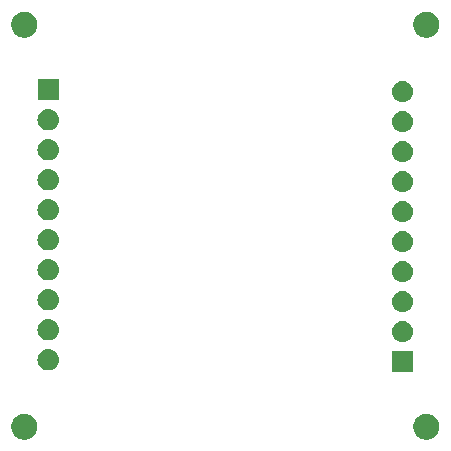
<source format=gbs>
G04 #@! TF.GenerationSoftware,KiCad,Pcbnew,(5.1.0)-1*
G04 #@! TF.CreationDate,2019-08-01T13:02:20+05:30*
G04 #@! TF.ProjectId,AR0135_STM32F746G-DISCO_adapter_rev1,41523031-3335-45f5-9354-4d3332463734,rev?*
G04 #@! TF.SameCoordinates,Original*
G04 #@! TF.FileFunction,Soldermask,Bot*
G04 #@! TF.FilePolarity,Negative*
%FSLAX46Y46*%
G04 Gerber Fmt 4.6, Leading zero omitted, Abs format (unit mm)*
G04 Created by KiCad (PCBNEW (5.1.0)-1) date 2019-08-01 13:02:20*
%MOMM*%
%LPD*%
G04 APERTURE LIST*
%ADD10C,0.100000*%
G04 APERTURE END LIST*
D10*
G36*
X47234794Y-45940155D02*
G01*
X47341150Y-45961311D01*
X47441334Y-46002809D01*
X47541520Y-46044307D01*
X47721844Y-46164795D01*
X47875205Y-46318156D01*
X47995693Y-46498480D01*
X48078689Y-46698851D01*
X48121000Y-46911560D01*
X48121000Y-47128440D01*
X48078689Y-47341149D01*
X47995693Y-47541520D01*
X47875205Y-47721844D01*
X47721844Y-47875205D01*
X47541520Y-47995693D01*
X47441334Y-48037191D01*
X47341150Y-48078689D01*
X47234794Y-48099845D01*
X47128440Y-48121000D01*
X46911560Y-48121000D01*
X46805205Y-48099844D01*
X46698850Y-48078689D01*
X46598666Y-48037191D01*
X46498480Y-47995693D01*
X46318156Y-47875205D01*
X46164795Y-47721844D01*
X46044307Y-47541520D01*
X45961311Y-47341149D01*
X45919000Y-47128440D01*
X45919000Y-46911560D01*
X45961311Y-46698851D01*
X46044307Y-46498480D01*
X46164795Y-46318156D01*
X46318156Y-46164795D01*
X46498480Y-46044307D01*
X46698850Y-45961311D01*
X46805205Y-45940156D01*
X46911560Y-45919000D01*
X47128440Y-45919000D01*
X47234794Y-45940155D01*
X47234794Y-45940155D01*
G37*
G36*
X13194794Y-45940155D02*
G01*
X13301150Y-45961311D01*
X13401334Y-46002809D01*
X13501520Y-46044307D01*
X13681844Y-46164795D01*
X13835205Y-46318156D01*
X13955693Y-46498480D01*
X14038689Y-46698851D01*
X14081000Y-46911560D01*
X14081000Y-47128440D01*
X14038689Y-47341149D01*
X13955693Y-47541520D01*
X13835205Y-47721844D01*
X13681844Y-47875205D01*
X13501520Y-47995693D01*
X13401334Y-48037191D01*
X13301150Y-48078689D01*
X13194795Y-48099844D01*
X13088440Y-48121000D01*
X12871560Y-48121000D01*
X12765205Y-48099844D01*
X12658850Y-48078689D01*
X12558666Y-48037191D01*
X12458480Y-47995693D01*
X12278156Y-47875205D01*
X12124795Y-47721844D01*
X12004307Y-47541520D01*
X11921311Y-47341149D01*
X11879000Y-47128440D01*
X11879000Y-46911560D01*
X11921311Y-46698851D01*
X12004307Y-46498480D01*
X12124795Y-46318156D01*
X12278156Y-46164795D01*
X12458480Y-46044307D01*
X12558666Y-46002809D01*
X12658850Y-45961311D01*
X12765206Y-45940155D01*
X12871560Y-45919000D01*
X13088440Y-45919000D01*
X13194794Y-45940155D01*
X13194794Y-45940155D01*
G37*
G36*
X45901000Y-42401000D02*
G01*
X44099000Y-42401000D01*
X44099000Y-40599000D01*
X45901000Y-40599000D01*
X45901000Y-42401000D01*
X45901000Y-42401000D01*
G37*
G36*
X15110442Y-40465518D02*
G01*
X15176627Y-40472037D01*
X15346466Y-40523557D01*
X15502991Y-40607222D01*
X15538729Y-40636552D01*
X15640186Y-40719814D01*
X15723448Y-40821271D01*
X15752778Y-40857009D01*
X15836443Y-41013534D01*
X15887963Y-41183373D01*
X15905359Y-41360000D01*
X15887963Y-41536627D01*
X15836443Y-41706466D01*
X15752778Y-41862991D01*
X15723448Y-41898729D01*
X15640186Y-42000186D01*
X15538729Y-42083448D01*
X15502991Y-42112778D01*
X15346466Y-42196443D01*
X15176627Y-42247963D01*
X15110443Y-42254481D01*
X15044260Y-42261000D01*
X14955740Y-42261000D01*
X14889557Y-42254481D01*
X14823373Y-42247963D01*
X14653534Y-42196443D01*
X14497009Y-42112778D01*
X14461271Y-42083448D01*
X14359814Y-42000186D01*
X14276552Y-41898729D01*
X14247222Y-41862991D01*
X14163557Y-41706466D01*
X14112037Y-41536627D01*
X14094641Y-41360000D01*
X14112037Y-41183373D01*
X14163557Y-41013534D01*
X14247222Y-40857009D01*
X14276552Y-40821271D01*
X14359814Y-40719814D01*
X14461271Y-40636552D01*
X14497009Y-40607222D01*
X14653534Y-40523557D01*
X14823373Y-40472037D01*
X14889558Y-40465518D01*
X14955740Y-40459000D01*
X15044260Y-40459000D01*
X15110442Y-40465518D01*
X15110442Y-40465518D01*
G37*
G36*
X45110442Y-38065518D02*
G01*
X45176627Y-38072037D01*
X45346466Y-38123557D01*
X45502991Y-38207222D01*
X45538729Y-38236552D01*
X45640186Y-38319814D01*
X45723448Y-38421271D01*
X45752778Y-38457009D01*
X45836443Y-38613534D01*
X45887963Y-38783373D01*
X45905359Y-38960000D01*
X45887963Y-39136627D01*
X45836443Y-39306466D01*
X45752778Y-39462991D01*
X45723448Y-39498729D01*
X45640186Y-39600186D01*
X45538729Y-39683448D01*
X45502991Y-39712778D01*
X45346466Y-39796443D01*
X45176627Y-39847963D01*
X45110442Y-39854482D01*
X45044260Y-39861000D01*
X44955740Y-39861000D01*
X44889558Y-39854482D01*
X44823373Y-39847963D01*
X44653534Y-39796443D01*
X44497009Y-39712778D01*
X44461271Y-39683448D01*
X44359814Y-39600186D01*
X44276552Y-39498729D01*
X44247222Y-39462991D01*
X44163557Y-39306466D01*
X44112037Y-39136627D01*
X44094641Y-38960000D01*
X44112037Y-38783373D01*
X44163557Y-38613534D01*
X44247222Y-38457009D01*
X44276552Y-38421271D01*
X44359814Y-38319814D01*
X44461271Y-38236552D01*
X44497009Y-38207222D01*
X44653534Y-38123557D01*
X44823373Y-38072037D01*
X44889558Y-38065518D01*
X44955740Y-38059000D01*
X45044260Y-38059000D01*
X45110442Y-38065518D01*
X45110442Y-38065518D01*
G37*
G36*
X15110443Y-37925519D02*
G01*
X15176627Y-37932037D01*
X15346466Y-37983557D01*
X15502991Y-38067222D01*
X15538729Y-38096552D01*
X15640186Y-38179814D01*
X15723448Y-38281271D01*
X15752778Y-38317009D01*
X15836443Y-38473534D01*
X15887963Y-38643373D01*
X15905359Y-38820000D01*
X15887963Y-38996627D01*
X15836443Y-39166466D01*
X15752778Y-39322991D01*
X15723448Y-39358729D01*
X15640186Y-39460186D01*
X15538729Y-39543448D01*
X15502991Y-39572778D01*
X15346466Y-39656443D01*
X15176627Y-39707963D01*
X15110442Y-39714482D01*
X15044260Y-39721000D01*
X14955740Y-39721000D01*
X14889558Y-39714482D01*
X14823373Y-39707963D01*
X14653534Y-39656443D01*
X14497009Y-39572778D01*
X14461271Y-39543448D01*
X14359814Y-39460186D01*
X14276552Y-39358729D01*
X14247222Y-39322991D01*
X14163557Y-39166466D01*
X14112037Y-38996627D01*
X14094641Y-38820000D01*
X14112037Y-38643373D01*
X14163557Y-38473534D01*
X14247222Y-38317009D01*
X14276552Y-38281271D01*
X14359814Y-38179814D01*
X14461271Y-38096552D01*
X14497009Y-38067222D01*
X14653534Y-37983557D01*
X14823373Y-37932037D01*
X14889557Y-37925519D01*
X14955740Y-37919000D01*
X15044260Y-37919000D01*
X15110443Y-37925519D01*
X15110443Y-37925519D01*
G37*
G36*
X45110443Y-35525519D02*
G01*
X45176627Y-35532037D01*
X45346466Y-35583557D01*
X45502991Y-35667222D01*
X45538729Y-35696552D01*
X45640186Y-35779814D01*
X45723448Y-35881271D01*
X45752778Y-35917009D01*
X45836443Y-36073534D01*
X45887963Y-36243373D01*
X45905359Y-36420000D01*
X45887963Y-36596627D01*
X45836443Y-36766466D01*
X45752778Y-36922991D01*
X45723448Y-36958729D01*
X45640186Y-37060186D01*
X45538729Y-37143448D01*
X45502991Y-37172778D01*
X45346466Y-37256443D01*
X45176627Y-37307963D01*
X45110442Y-37314482D01*
X45044260Y-37321000D01*
X44955740Y-37321000D01*
X44889558Y-37314482D01*
X44823373Y-37307963D01*
X44653534Y-37256443D01*
X44497009Y-37172778D01*
X44461271Y-37143448D01*
X44359814Y-37060186D01*
X44276552Y-36958729D01*
X44247222Y-36922991D01*
X44163557Y-36766466D01*
X44112037Y-36596627D01*
X44094641Y-36420000D01*
X44112037Y-36243373D01*
X44163557Y-36073534D01*
X44247222Y-35917009D01*
X44276552Y-35881271D01*
X44359814Y-35779814D01*
X44461271Y-35696552D01*
X44497009Y-35667222D01*
X44653534Y-35583557D01*
X44823373Y-35532037D01*
X44889557Y-35525519D01*
X44955740Y-35519000D01*
X45044260Y-35519000D01*
X45110443Y-35525519D01*
X45110443Y-35525519D01*
G37*
G36*
X15110442Y-35385518D02*
G01*
X15176627Y-35392037D01*
X15346466Y-35443557D01*
X15502991Y-35527222D01*
X15538729Y-35556552D01*
X15640186Y-35639814D01*
X15723448Y-35741271D01*
X15752778Y-35777009D01*
X15836443Y-35933534D01*
X15887963Y-36103373D01*
X15905359Y-36280000D01*
X15887963Y-36456627D01*
X15836443Y-36626466D01*
X15752778Y-36782991D01*
X15723448Y-36818729D01*
X15640186Y-36920186D01*
X15538729Y-37003448D01*
X15502991Y-37032778D01*
X15346466Y-37116443D01*
X15176627Y-37167963D01*
X15110442Y-37174482D01*
X15044260Y-37181000D01*
X14955740Y-37181000D01*
X14889558Y-37174482D01*
X14823373Y-37167963D01*
X14653534Y-37116443D01*
X14497009Y-37032778D01*
X14461271Y-37003448D01*
X14359814Y-36920186D01*
X14276552Y-36818729D01*
X14247222Y-36782991D01*
X14163557Y-36626466D01*
X14112037Y-36456627D01*
X14094641Y-36280000D01*
X14112037Y-36103373D01*
X14163557Y-35933534D01*
X14247222Y-35777009D01*
X14276552Y-35741271D01*
X14359814Y-35639814D01*
X14461271Y-35556552D01*
X14497009Y-35527222D01*
X14653534Y-35443557D01*
X14823373Y-35392037D01*
X14889558Y-35385518D01*
X14955740Y-35379000D01*
X15044260Y-35379000D01*
X15110442Y-35385518D01*
X15110442Y-35385518D01*
G37*
G36*
X45110442Y-32985518D02*
G01*
X45176627Y-32992037D01*
X45346466Y-33043557D01*
X45502991Y-33127222D01*
X45538729Y-33156552D01*
X45640186Y-33239814D01*
X45723448Y-33341271D01*
X45752778Y-33377009D01*
X45836443Y-33533534D01*
X45887963Y-33703373D01*
X45905359Y-33880000D01*
X45887963Y-34056627D01*
X45836443Y-34226466D01*
X45752778Y-34382991D01*
X45723448Y-34418729D01*
X45640186Y-34520186D01*
X45538729Y-34603448D01*
X45502991Y-34632778D01*
X45346466Y-34716443D01*
X45176627Y-34767963D01*
X45110442Y-34774482D01*
X45044260Y-34781000D01*
X44955740Y-34781000D01*
X44889558Y-34774482D01*
X44823373Y-34767963D01*
X44653534Y-34716443D01*
X44497009Y-34632778D01*
X44461271Y-34603448D01*
X44359814Y-34520186D01*
X44276552Y-34418729D01*
X44247222Y-34382991D01*
X44163557Y-34226466D01*
X44112037Y-34056627D01*
X44094641Y-33880000D01*
X44112037Y-33703373D01*
X44163557Y-33533534D01*
X44247222Y-33377009D01*
X44276552Y-33341271D01*
X44359814Y-33239814D01*
X44461271Y-33156552D01*
X44497009Y-33127222D01*
X44653534Y-33043557D01*
X44823373Y-32992037D01*
X44889558Y-32985518D01*
X44955740Y-32979000D01*
X45044260Y-32979000D01*
X45110442Y-32985518D01*
X45110442Y-32985518D01*
G37*
G36*
X15110443Y-32845519D02*
G01*
X15176627Y-32852037D01*
X15346466Y-32903557D01*
X15502991Y-32987222D01*
X15538729Y-33016552D01*
X15640186Y-33099814D01*
X15723448Y-33201271D01*
X15752778Y-33237009D01*
X15836443Y-33393534D01*
X15887963Y-33563373D01*
X15905359Y-33740000D01*
X15887963Y-33916627D01*
X15836443Y-34086466D01*
X15752778Y-34242991D01*
X15723448Y-34278729D01*
X15640186Y-34380186D01*
X15538729Y-34463448D01*
X15502991Y-34492778D01*
X15346466Y-34576443D01*
X15176627Y-34627963D01*
X15110442Y-34634482D01*
X15044260Y-34641000D01*
X14955740Y-34641000D01*
X14889558Y-34634482D01*
X14823373Y-34627963D01*
X14653534Y-34576443D01*
X14497009Y-34492778D01*
X14461271Y-34463448D01*
X14359814Y-34380186D01*
X14276552Y-34278729D01*
X14247222Y-34242991D01*
X14163557Y-34086466D01*
X14112037Y-33916627D01*
X14094641Y-33740000D01*
X14112037Y-33563373D01*
X14163557Y-33393534D01*
X14247222Y-33237009D01*
X14276552Y-33201271D01*
X14359814Y-33099814D01*
X14461271Y-33016552D01*
X14497009Y-32987222D01*
X14653534Y-32903557D01*
X14823373Y-32852037D01*
X14889557Y-32845519D01*
X14955740Y-32839000D01*
X15044260Y-32839000D01*
X15110443Y-32845519D01*
X15110443Y-32845519D01*
G37*
G36*
X45110442Y-30445518D02*
G01*
X45176627Y-30452037D01*
X45346466Y-30503557D01*
X45502991Y-30587222D01*
X45538729Y-30616552D01*
X45640186Y-30699814D01*
X45723448Y-30801271D01*
X45752778Y-30837009D01*
X45836443Y-30993534D01*
X45887963Y-31163373D01*
X45905359Y-31340000D01*
X45887963Y-31516627D01*
X45836443Y-31686466D01*
X45752778Y-31842991D01*
X45723448Y-31878729D01*
X45640186Y-31980186D01*
X45538729Y-32063448D01*
X45502991Y-32092778D01*
X45346466Y-32176443D01*
X45176627Y-32227963D01*
X45110442Y-32234482D01*
X45044260Y-32241000D01*
X44955740Y-32241000D01*
X44889558Y-32234482D01*
X44823373Y-32227963D01*
X44653534Y-32176443D01*
X44497009Y-32092778D01*
X44461271Y-32063448D01*
X44359814Y-31980186D01*
X44276552Y-31878729D01*
X44247222Y-31842991D01*
X44163557Y-31686466D01*
X44112037Y-31516627D01*
X44094641Y-31340000D01*
X44112037Y-31163373D01*
X44163557Y-30993534D01*
X44247222Y-30837009D01*
X44276552Y-30801271D01*
X44359814Y-30699814D01*
X44461271Y-30616552D01*
X44497009Y-30587222D01*
X44653534Y-30503557D01*
X44823373Y-30452037D01*
X44889558Y-30445518D01*
X44955740Y-30439000D01*
X45044260Y-30439000D01*
X45110442Y-30445518D01*
X45110442Y-30445518D01*
G37*
G36*
X15110442Y-30305518D02*
G01*
X15176627Y-30312037D01*
X15346466Y-30363557D01*
X15502991Y-30447222D01*
X15538729Y-30476552D01*
X15640186Y-30559814D01*
X15723448Y-30661271D01*
X15752778Y-30697009D01*
X15836443Y-30853534D01*
X15887963Y-31023373D01*
X15905359Y-31200000D01*
X15887963Y-31376627D01*
X15836443Y-31546466D01*
X15752778Y-31702991D01*
X15723448Y-31738729D01*
X15640186Y-31840186D01*
X15538729Y-31923448D01*
X15502991Y-31952778D01*
X15346466Y-32036443D01*
X15176627Y-32087963D01*
X15110442Y-32094482D01*
X15044260Y-32101000D01*
X14955740Y-32101000D01*
X14889558Y-32094482D01*
X14823373Y-32087963D01*
X14653534Y-32036443D01*
X14497009Y-31952778D01*
X14461271Y-31923448D01*
X14359814Y-31840186D01*
X14276552Y-31738729D01*
X14247222Y-31702991D01*
X14163557Y-31546466D01*
X14112037Y-31376627D01*
X14094641Y-31200000D01*
X14112037Y-31023373D01*
X14163557Y-30853534D01*
X14247222Y-30697009D01*
X14276552Y-30661271D01*
X14359814Y-30559814D01*
X14461271Y-30476552D01*
X14497009Y-30447222D01*
X14653534Y-30363557D01*
X14823373Y-30312037D01*
X14889558Y-30305518D01*
X14955740Y-30299000D01*
X15044260Y-30299000D01*
X15110442Y-30305518D01*
X15110442Y-30305518D01*
G37*
G36*
X45110442Y-27905518D02*
G01*
X45176627Y-27912037D01*
X45346466Y-27963557D01*
X45502991Y-28047222D01*
X45538729Y-28076552D01*
X45640186Y-28159814D01*
X45723448Y-28261271D01*
X45752778Y-28297009D01*
X45836443Y-28453534D01*
X45887963Y-28623373D01*
X45905359Y-28800000D01*
X45887963Y-28976627D01*
X45836443Y-29146466D01*
X45752778Y-29302991D01*
X45723448Y-29338729D01*
X45640186Y-29440186D01*
X45538729Y-29523448D01*
X45502991Y-29552778D01*
X45346466Y-29636443D01*
X45176627Y-29687963D01*
X45110442Y-29694482D01*
X45044260Y-29701000D01*
X44955740Y-29701000D01*
X44889558Y-29694482D01*
X44823373Y-29687963D01*
X44653534Y-29636443D01*
X44497009Y-29552778D01*
X44461271Y-29523448D01*
X44359814Y-29440186D01*
X44276552Y-29338729D01*
X44247222Y-29302991D01*
X44163557Y-29146466D01*
X44112037Y-28976627D01*
X44094641Y-28800000D01*
X44112037Y-28623373D01*
X44163557Y-28453534D01*
X44247222Y-28297009D01*
X44276552Y-28261271D01*
X44359814Y-28159814D01*
X44461271Y-28076552D01*
X44497009Y-28047222D01*
X44653534Y-27963557D01*
X44823373Y-27912037D01*
X44889558Y-27905518D01*
X44955740Y-27899000D01*
X45044260Y-27899000D01*
X45110442Y-27905518D01*
X45110442Y-27905518D01*
G37*
G36*
X15110442Y-27765518D02*
G01*
X15176627Y-27772037D01*
X15346466Y-27823557D01*
X15502991Y-27907222D01*
X15538729Y-27936552D01*
X15640186Y-28019814D01*
X15723448Y-28121271D01*
X15752778Y-28157009D01*
X15836443Y-28313534D01*
X15887963Y-28483373D01*
X15905359Y-28660000D01*
X15887963Y-28836627D01*
X15836443Y-29006466D01*
X15752778Y-29162991D01*
X15723448Y-29198729D01*
X15640186Y-29300186D01*
X15538729Y-29383448D01*
X15502991Y-29412778D01*
X15346466Y-29496443D01*
X15176627Y-29547963D01*
X15110442Y-29554482D01*
X15044260Y-29561000D01*
X14955740Y-29561000D01*
X14889558Y-29554482D01*
X14823373Y-29547963D01*
X14653534Y-29496443D01*
X14497009Y-29412778D01*
X14461271Y-29383448D01*
X14359814Y-29300186D01*
X14276552Y-29198729D01*
X14247222Y-29162991D01*
X14163557Y-29006466D01*
X14112037Y-28836627D01*
X14094641Y-28660000D01*
X14112037Y-28483373D01*
X14163557Y-28313534D01*
X14247222Y-28157009D01*
X14276552Y-28121271D01*
X14359814Y-28019814D01*
X14461271Y-27936552D01*
X14497009Y-27907222D01*
X14653534Y-27823557D01*
X14823373Y-27772037D01*
X14889558Y-27765518D01*
X14955740Y-27759000D01*
X15044260Y-27759000D01*
X15110442Y-27765518D01*
X15110442Y-27765518D01*
G37*
G36*
X45110443Y-25365519D02*
G01*
X45176627Y-25372037D01*
X45346466Y-25423557D01*
X45502991Y-25507222D01*
X45538729Y-25536552D01*
X45640186Y-25619814D01*
X45723448Y-25721271D01*
X45752778Y-25757009D01*
X45836443Y-25913534D01*
X45887963Y-26083373D01*
X45905359Y-26260000D01*
X45887963Y-26436627D01*
X45836443Y-26606466D01*
X45752778Y-26762991D01*
X45723448Y-26798729D01*
X45640186Y-26900186D01*
X45538729Y-26983448D01*
X45502991Y-27012778D01*
X45346466Y-27096443D01*
X45176627Y-27147963D01*
X45110442Y-27154482D01*
X45044260Y-27161000D01*
X44955740Y-27161000D01*
X44889558Y-27154482D01*
X44823373Y-27147963D01*
X44653534Y-27096443D01*
X44497009Y-27012778D01*
X44461271Y-26983448D01*
X44359814Y-26900186D01*
X44276552Y-26798729D01*
X44247222Y-26762991D01*
X44163557Y-26606466D01*
X44112037Y-26436627D01*
X44094641Y-26260000D01*
X44112037Y-26083373D01*
X44163557Y-25913534D01*
X44247222Y-25757009D01*
X44276552Y-25721271D01*
X44359814Y-25619814D01*
X44461271Y-25536552D01*
X44497009Y-25507222D01*
X44653534Y-25423557D01*
X44823373Y-25372037D01*
X44889557Y-25365519D01*
X44955740Y-25359000D01*
X45044260Y-25359000D01*
X45110443Y-25365519D01*
X45110443Y-25365519D01*
G37*
G36*
X15110443Y-25225519D02*
G01*
X15176627Y-25232037D01*
X15346466Y-25283557D01*
X15502991Y-25367222D01*
X15538729Y-25396552D01*
X15640186Y-25479814D01*
X15723448Y-25581271D01*
X15752778Y-25617009D01*
X15836443Y-25773534D01*
X15887963Y-25943373D01*
X15905359Y-26120000D01*
X15887963Y-26296627D01*
X15836443Y-26466466D01*
X15752778Y-26622991D01*
X15723448Y-26658729D01*
X15640186Y-26760186D01*
X15538729Y-26843448D01*
X15502991Y-26872778D01*
X15346466Y-26956443D01*
X15176627Y-27007963D01*
X15110442Y-27014482D01*
X15044260Y-27021000D01*
X14955740Y-27021000D01*
X14889558Y-27014482D01*
X14823373Y-27007963D01*
X14653534Y-26956443D01*
X14497009Y-26872778D01*
X14461271Y-26843448D01*
X14359814Y-26760186D01*
X14276552Y-26658729D01*
X14247222Y-26622991D01*
X14163557Y-26466466D01*
X14112037Y-26296627D01*
X14094641Y-26120000D01*
X14112037Y-25943373D01*
X14163557Y-25773534D01*
X14247222Y-25617009D01*
X14276552Y-25581271D01*
X14359814Y-25479814D01*
X14461271Y-25396552D01*
X14497009Y-25367222D01*
X14653534Y-25283557D01*
X14823373Y-25232037D01*
X14889558Y-25225518D01*
X14955740Y-25219000D01*
X15044260Y-25219000D01*
X15110443Y-25225519D01*
X15110443Y-25225519D01*
G37*
G36*
X45110443Y-22825519D02*
G01*
X45176627Y-22832037D01*
X45346466Y-22883557D01*
X45502991Y-22967222D01*
X45538729Y-22996552D01*
X45640186Y-23079814D01*
X45723448Y-23181271D01*
X45752778Y-23217009D01*
X45836443Y-23373534D01*
X45887963Y-23543373D01*
X45905359Y-23720000D01*
X45887963Y-23896627D01*
X45836443Y-24066466D01*
X45752778Y-24222991D01*
X45723448Y-24258729D01*
X45640186Y-24360186D01*
X45538729Y-24443448D01*
X45502991Y-24472778D01*
X45346466Y-24556443D01*
X45176627Y-24607963D01*
X45110443Y-24614481D01*
X45044260Y-24621000D01*
X44955740Y-24621000D01*
X44889557Y-24614481D01*
X44823373Y-24607963D01*
X44653534Y-24556443D01*
X44497009Y-24472778D01*
X44461271Y-24443448D01*
X44359814Y-24360186D01*
X44276552Y-24258729D01*
X44247222Y-24222991D01*
X44163557Y-24066466D01*
X44112037Y-23896627D01*
X44094641Y-23720000D01*
X44112037Y-23543373D01*
X44163557Y-23373534D01*
X44247222Y-23217009D01*
X44276552Y-23181271D01*
X44359814Y-23079814D01*
X44461271Y-22996552D01*
X44497009Y-22967222D01*
X44653534Y-22883557D01*
X44823373Y-22832037D01*
X44889557Y-22825519D01*
X44955740Y-22819000D01*
X45044260Y-22819000D01*
X45110443Y-22825519D01*
X45110443Y-22825519D01*
G37*
G36*
X15110443Y-22685519D02*
G01*
X15176627Y-22692037D01*
X15346466Y-22743557D01*
X15502991Y-22827222D01*
X15538729Y-22856552D01*
X15640186Y-22939814D01*
X15723448Y-23041271D01*
X15752778Y-23077009D01*
X15836443Y-23233534D01*
X15887963Y-23403373D01*
X15905359Y-23580000D01*
X15887963Y-23756627D01*
X15836443Y-23926466D01*
X15752778Y-24082991D01*
X15723448Y-24118729D01*
X15640186Y-24220186D01*
X15538729Y-24303448D01*
X15502991Y-24332778D01*
X15346466Y-24416443D01*
X15176627Y-24467963D01*
X15110442Y-24474482D01*
X15044260Y-24481000D01*
X14955740Y-24481000D01*
X14889558Y-24474482D01*
X14823373Y-24467963D01*
X14653534Y-24416443D01*
X14497009Y-24332778D01*
X14461271Y-24303448D01*
X14359814Y-24220186D01*
X14276552Y-24118729D01*
X14247222Y-24082991D01*
X14163557Y-23926466D01*
X14112037Y-23756627D01*
X14094641Y-23580000D01*
X14112037Y-23403373D01*
X14163557Y-23233534D01*
X14247222Y-23077009D01*
X14276552Y-23041271D01*
X14359814Y-22939814D01*
X14461271Y-22856552D01*
X14497009Y-22827222D01*
X14653534Y-22743557D01*
X14823373Y-22692037D01*
X14889557Y-22685519D01*
X14955740Y-22679000D01*
X15044260Y-22679000D01*
X15110443Y-22685519D01*
X15110443Y-22685519D01*
G37*
G36*
X45110443Y-20285519D02*
G01*
X45176627Y-20292037D01*
X45346466Y-20343557D01*
X45502991Y-20427222D01*
X45538729Y-20456552D01*
X45640186Y-20539814D01*
X45723448Y-20641271D01*
X45752778Y-20677009D01*
X45836443Y-20833534D01*
X45887963Y-21003373D01*
X45905359Y-21180000D01*
X45887963Y-21356627D01*
X45836443Y-21526466D01*
X45752778Y-21682991D01*
X45723448Y-21718729D01*
X45640186Y-21820186D01*
X45538729Y-21903448D01*
X45502991Y-21932778D01*
X45346466Y-22016443D01*
X45176627Y-22067963D01*
X45110442Y-22074482D01*
X45044260Y-22081000D01*
X44955740Y-22081000D01*
X44889557Y-22074481D01*
X44823373Y-22067963D01*
X44653534Y-22016443D01*
X44497009Y-21932778D01*
X44461271Y-21903448D01*
X44359814Y-21820186D01*
X44276552Y-21718729D01*
X44247222Y-21682991D01*
X44163557Y-21526466D01*
X44112037Y-21356627D01*
X44094641Y-21180000D01*
X44112037Y-21003373D01*
X44163557Y-20833534D01*
X44247222Y-20677009D01*
X44276552Y-20641271D01*
X44359814Y-20539814D01*
X44461271Y-20456552D01*
X44497009Y-20427222D01*
X44653534Y-20343557D01*
X44823373Y-20292037D01*
X44889557Y-20285519D01*
X44955740Y-20279000D01*
X45044260Y-20279000D01*
X45110443Y-20285519D01*
X45110443Y-20285519D01*
G37*
G36*
X15110443Y-20145519D02*
G01*
X15176627Y-20152037D01*
X15346466Y-20203557D01*
X15502991Y-20287222D01*
X15538729Y-20316552D01*
X15640186Y-20399814D01*
X15723448Y-20501271D01*
X15752778Y-20537009D01*
X15836443Y-20693534D01*
X15887963Y-20863373D01*
X15905359Y-21040000D01*
X15887963Y-21216627D01*
X15836443Y-21386466D01*
X15752778Y-21542991D01*
X15723448Y-21578729D01*
X15640186Y-21680186D01*
X15538729Y-21763448D01*
X15502991Y-21792778D01*
X15346466Y-21876443D01*
X15176627Y-21927963D01*
X15110443Y-21934481D01*
X15044260Y-21941000D01*
X14955740Y-21941000D01*
X14889557Y-21934481D01*
X14823373Y-21927963D01*
X14653534Y-21876443D01*
X14497009Y-21792778D01*
X14461271Y-21763448D01*
X14359814Y-21680186D01*
X14276552Y-21578729D01*
X14247222Y-21542991D01*
X14163557Y-21386466D01*
X14112037Y-21216627D01*
X14094641Y-21040000D01*
X14112037Y-20863373D01*
X14163557Y-20693534D01*
X14247222Y-20537009D01*
X14276552Y-20501271D01*
X14359814Y-20399814D01*
X14461271Y-20316552D01*
X14497009Y-20287222D01*
X14653534Y-20203557D01*
X14823373Y-20152037D01*
X14889557Y-20145519D01*
X14955740Y-20139000D01*
X15044260Y-20139000D01*
X15110443Y-20145519D01*
X15110443Y-20145519D01*
G37*
G36*
X45110442Y-17745518D02*
G01*
X45176627Y-17752037D01*
X45346466Y-17803557D01*
X45502991Y-17887222D01*
X45538729Y-17916552D01*
X45640186Y-17999814D01*
X45723448Y-18101271D01*
X45752778Y-18137009D01*
X45836443Y-18293534D01*
X45887963Y-18463373D01*
X45905359Y-18640000D01*
X45887963Y-18816627D01*
X45836443Y-18986466D01*
X45752778Y-19142991D01*
X45723448Y-19178729D01*
X45640186Y-19280186D01*
X45538729Y-19363448D01*
X45502991Y-19392778D01*
X45346466Y-19476443D01*
X45176627Y-19527963D01*
X45110443Y-19534481D01*
X45044260Y-19541000D01*
X44955740Y-19541000D01*
X44889557Y-19534481D01*
X44823373Y-19527963D01*
X44653534Y-19476443D01*
X44497009Y-19392778D01*
X44461271Y-19363448D01*
X44359814Y-19280186D01*
X44276552Y-19178729D01*
X44247222Y-19142991D01*
X44163557Y-18986466D01*
X44112037Y-18816627D01*
X44094641Y-18640000D01*
X44112037Y-18463373D01*
X44163557Y-18293534D01*
X44247222Y-18137009D01*
X44276552Y-18101271D01*
X44359814Y-17999814D01*
X44461271Y-17916552D01*
X44497009Y-17887222D01*
X44653534Y-17803557D01*
X44823373Y-17752037D01*
X44889558Y-17745518D01*
X44955740Y-17739000D01*
X45044260Y-17739000D01*
X45110442Y-17745518D01*
X45110442Y-17745518D01*
G37*
G36*
X15901000Y-19401000D02*
G01*
X14099000Y-19401000D01*
X14099000Y-17599000D01*
X15901000Y-17599000D01*
X15901000Y-19401000D01*
X15901000Y-19401000D01*
G37*
G36*
X47234794Y-11900155D02*
G01*
X47341150Y-11921311D01*
X47541520Y-12004307D01*
X47721844Y-12124795D01*
X47875205Y-12278156D01*
X47995693Y-12458480D01*
X48078689Y-12658851D01*
X48121000Y-12871560D01*
X48121000Y-13088440D01*
X48078689Y-13301149D01*
X47995693Y-13501520D01*
X47875205Y-13681844D01*
X47721844Y-13835205D01*
X47541520Y-13955693D01*
X47441334Y-13997191D01*
X47341150Y-14038689D01*
X47234795Y-14059844D01*
X47128440Y-14081000D01*
X46911560Y-14081000D01*
X46805205Y-14059844D01*
X46698850Y-14038689D01*
X46598666Y-13997191D01*
X46498480Y-13955693D01*
X46318156Y-13835205D01*
X46164795Y-13681844D01*
X46044307Y-13501520D01*
X45961311Y-13301149D01*
X45919000Y-13088440D01*
X45919000Y-12871560D01*
X45961311Y-12658851D01*
X46044307Y-12458480D01*
X46164795Y-12278156D01*
X46318156Y-12124795D01*
X46498480Y-12004307D01*
X46698850Y-11921311D01*
X46805206Y-11900155D01*
X46911560Y-11879000D01*
X47128440Y-11879000D01*
X47234794Y-11900155D01*
X47234794Y-11900155D01*
G37*
G36*
X13194794Y-11900155D02*
G01*
X13301150Y-11921311D01*
X13501520Y-12004307D01*
X13681844Y-12124795D01*
X13835205Y-12278156D01*
X13955693Y-12458480D01*
X14038689Y-12658851D01*
X14081000Y-12871560D01*
X14081000Y-13088440D01*
X14038689Y-13301149D01*
X13955693Y-13501520D01*
X13835205Y-13681844D01*
X13681844Y-13835205D01*
X13501520Y-13955693D01*
X13401334Y-13997191D01*
X13301150Y-14038689D01*
X13194795Y-14059844D01*
X13088440Y-14081000D01*
X12871560Y-14081000D01*
X12765205Y-14059844D01*
X12658850Y-14038689D01*
X12558666Y-13997191D01*
X12458480Y-13955693D01*
X12278156Y-13835205D01*
X12124795Y-13681844D01*
X12004307Y-13501520D01*
X11921311Y-13301149D01*
X11879000Y-13088440D01*
X11879000Y-12871560D01*
X11921311Y-12658851D01*
X12004307Y-12458480D01*
X12124795Y-12278156D01*
X12278156Y-12124795D01*
X12458480Y-12004307D01*
X12658850Y-11921311D01*
X12765206Y-11900155D01*
X12871560Y-11879000D01*
X13088440Y-11879000D01*
X13194794Y-11900155D01*
X13194794Y-11900155D01*
G37*
M02*

</source>
